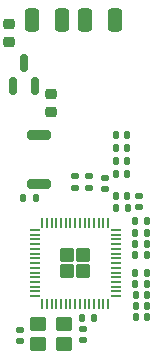
<source format=gbr>
%TF.GenerationSoftware,KiCad,Pcbnew,9.0.5*%
%TF.CreationDate,2025-11-01T21:25:21+11:00*%
%TF.ProjectId,YetAnotherAuthKey,59657441-6e6f-4746-9865-72417574684b,rev?*%
%TF.SameCoordinates,Original*%
%TF.FileFunction,Paste,Top*%
%TF.FilePolarity,Positive*%
%FSLAX46Y46*%
G04 Gerber Fmt 4.6, Leading zero omitted, Abs format (unit mm)*
G04 Created by KiCad (PCBNEW 9.0.5) date 2025-11-01 21:25:21*
%MOMM*%
%LPD*%
G01*
G04 APERTURE LIST*
G04 Aperture macros list*
%AMRoundRect*
0 Rectangle with rounded corners*
0 $1 Rounding radius*
0 $2 $3 $4 $5 $6 $7 $8 $9 X,Y pos of 4 corners*
0 Add a 4 corners polygon primitive as box body*
4,1,4,$2,$3,$4,$5,$6,$7,$8,$9,$2,$3,0*
0 Add four circle primitives for the rounded corners*
1,1,$1+$1,$2,$3*
1,1,$1+$1,$4,$5*
1,1,$1+$1,$6,$7*
1,1,$1+$1,$8,$9*
0 Add four rect primitives between the rounded corners*
20,1,$1+$1,$2,$3,$4,$5,0*
20,1,$1+$1,$4,$5,$6,$7,0*
20,1,$1+$1,$6,$7,$8,$9,0*
20,1,$1+$1,$8,$9,$2,$3,0*%
%AMFreePoly0*
4,1,18,-0.437500,0.050000,-0.433694,0.069134,-0.422855,0.085355,-0.406634,0.096194,-0.387500,0.100000,0.387500,0.100000,0.437500,0.050000,0.437500,-0.050000,0.433694,-0.069134,0.422855,-0.085355,0.406634,-0.096194,0.387500,-0.100000,-0.387500,-0.100000,-0.406634,-0.096194,-0.422855,-0.085355,-0.433694,-0.069134,-0.437500,-0.050000,-0.437500,0.050000,-0.437500,0.050000,$1*%
%AMFreePoly1*
4,1,18,-0.437500,0.050000,-0.433694,0.069134,-0.422855,0.085355,-0.406634,0.096194,-0.387500,0.100000,0.387500,0.100000,0.406634,0.096194,0.422855,0.085355,0.433694,0.069134,0.437500,0.050000,0.437500,-0.050000,0.387500,-0.100000,-0.387500,-0.100000,-0.406634,-0.096194,-0.422855,-0.085355,-0.433694,-0.069134,-0.437500,-0.050000,-0.437500,0.050000,-0.437500,0.050000,$1*%
%AMFreePoly2*
4,1,18,-0.100000,0.387500,-0.050000,0.437500,0.050000,0.437500,0.069134,0.433694,0.085355,0.422855,0.096194,0.406634,0.100000,0.387500,0.100000,-0.387500,0.096194,-0.406634,0.085355,-0.422855,0.069134,-0.433694,0.050000,-0.437500,-0.050000,-0.437500,-0.069134,-0.433694,-0.085355,-0.422855,-0.096194,-0.406634,-0.100000,-0.387500,-0.100000,0.387500,-0.100000,0.387500,$1*%
%AMFreePoly3*
4,1,18,-0.100000,0.387500,-0.096194,0.406634,-0.085355,0.422855,-0.069134,0.433694,-0.050000,0.437500,0.050000,0.437500,0.100000,0.387500,0.100000,-0.387500,0.096194,-0.406634,0.085355,-0.422855,0.069134,-0.433694,0.050000,-0.437500,-0.050000,-0.437500,-0.069134,-0.433694,-0.085355,-0.422855,-0.096194,-0.406634,-0.100000,-0.387500,-0.100000,0.387500,-0.100000,0.387500,$1*%
%AMFreePoly4*
4,1,18,-0.437500,0.050000,-0.433694,0.069134,-0.422855,0.085355,-0.406634,0.096194,-0.387500,0.100000,0.387500,0.100000,0.406634,0.096194,0.422855,0.085355,0.433694,0.069134,0.437500,0.050000,0.437500,-0.050000,0.433694,-0.069134,0.422855,-0.085355,0.406634,-0.096194,0.387500,-0.100000,-0.387500,-0.100000,-0.437500,-0.050000,-0.437500,0.050000,-0.437500,0.050000,$1*%
%AMFreePoly5*
4,1,18,-0.437500,0.050000,-0.387500,0.100000,0.387500,0.100000,0.406634,0.096194,0.422855,0.085355,0.433694,0.069134,0.437500,0.050000,0.437500,-0.050000,0.433694,-0.069134,0.422855,-0.085355,0.406634,-0.096194,0.387500,-0.100000,-0.387500,-0.100000,-0.406634,-0.096194,-0.422855,-0.085355,-0.433694,-0.069134,-0.437500,-0.050000,-0.437500,0.050000,-0.437500,0.050000,$1*%
%AMFreePoly6*
4,1,18,-0.100000,0.387500,-0.096194,0.406634,-0.085355,0.422855,-0.069134,0.433694,-0.050000,0.437500,0.050000,0.437500,0.069134,0.433694,0.085355,0.422855,0.096194,0.406634,0.100000,0.387500,0.100000,-0.387500,0.050000,-0.437500,-0.050000,-0.437500,-0.069134,-0.433694,-0.085355,-0.422855,-0.096194,-0.406634,-0.100000,-0.387500,-0.100000,0.387500,-0.100000,0.387500,$1*%
%AMFreePoly7*
4,1,18,-0.100000,0.387500,-0.096194,0.406634,-0.085355,0.422855,-0.069134,0.433694,-0.050000,0.437500,0.050000,0.437500,0.069134,0.433694,0.085355,0.422855,0.096194,0.406634,0.100000,0.387500,0.100000,-0.387500,0.096194,-0.406634,0.085355,-0.422855,0.069134,-0.433694,0.050000,-0.437500,-0.050000,-0.437500,-0.100000,-0.387500,-0.100000,0.387500,-0.100000,0.387500,$1*%
G04 Aperture macros list end*
%ADD10RoundRect,0.135000X0.185000X-0.135000X0.185000X0.135000X-0.185000X0.135000X-0.185000X-0.135000X0*%
%ADD11RoundRect,0.140000X-0.140000X-0.170000X0.140000X-0.170000X0.140000X0.170000X-0.140000X0.170000X0*%
%ADD12RoundRect,0.225000X0.250000X-0.225000X0.250000X0.225000X-0.250000X0.225000X-0.250000X-0.225000X0*%
%ADD13RoundRect,0.200000X-0.800000X0.200000X-0.800000X-0.200000X0.800000X-0.200000X0.800000X0.200000X0*%
%ADD14RoundRect,0.140000X0.170000X-0.140000X0.170000X0.140000X-0.170000X0.140000X-0.170000X-0.140000X0*%
%ADD15RoundRect,0.150000X0.150000X-0.587500X0.150000X0.587500X-0.150000X0.587500X-0.150000X-0.587500X0*%
%ADD16RoundRect,0.140000X0.140000X0.170000X-0.140000X0.170000X-0.140000X-0.170000X0.140000X-0.170000X0*%
%ADD17RoundRect,0.225000X-0.250000X0.225000X-0.250000X-0.225000X0.250000X-0.225000X0.250000X0.225000X0*%
%ADD18RoundRect,0.250000X-0.450000X-0.350000X0.450000X-0.350000X0.450000X0.350000X-0.450000X0.350000X0*%
%ADD19RoundRect,0.300000X0.300000X-0.700000X0.300000X0.700000X-0.300000X0.700000X-0.300000X-0.700000X0*%
%ADD20RoundRect,0.140000X-0.170000X0.140000X-0.170000X-0.140000X0.170000X-0.140000X0.170000X0.140000X0*%
%ADD21RoundRect,0.135000X0.135000X0.185000X-0.135000X0.185000X-0.135000X-0.185000X0.135000X-0.185000X0*%
%ADD22RoundRect,0.135000X-0.135000X-0.185000X0.135000X-0.185000X0.135000X0.185000X-0.135000X0.185000X0*%
%ADD23RoundRect,0.250000X-0.350000X-0.350000X0.350000X-0.350000X0.350000X0.350000X-0.350000X0.350000X0*%
%ADD24FreePoly0,0.000000*%
%ADD25RoundRect,0.050000X-0.387500X-0.050000X0.387500X-0.050000X0.387500X0.050000X-0.387500X0.050000X0*%
%ADD26FreePoly1,0.000000*%
%ADD27FreePoly2,0.000000*%
%ADD28RoundRect,0.050000X-0.050000X-0.387500X0.050000X-0.387500X0.050000X0.387500X-0.050000X0.387500X0*%
%ADD29FreePoly3,0.000000*%
%ADD30FreePoly4,0.000000*%
%ADD31FreePoly5,0.000000*%
%ADD32FreePoly6,0.000000*%
%ADD33FreePoly7,0.000000*%
G04 APERTURE END LIST*
D10*
%TO.C,R3*%
X191800000Y-67890000D03*
X191800000Y-68910000D03*
%TD*%
D11*
%TO.C,C8*%
X194070000Y-65550000D03*
X195030000Y-65550000D03*
%TD*%
D12*
%TO.C,C1*%
X185050000Y-56575000D03*
X185050000Y-55025000D03*
%TD*%
D13*
%TO.C,SW1*%
X187550000Y-64400000D03*
X187550000Y-68600000D03*
%TD*%
D14*
%TO.C,C6*%
X196050000Y-70510000D03*
X196050000Y-69550000D03*
%TD*%
D15*
%TO.C,U2*%
X185350000Y-60237500D03*
X187250000Y-60237500D03*
X186300000Y-58362500D03*
%TD*%
D16*
%TO.C,C12*%
X196700000Y-78925000D03*
X195740000Y-78925000D03*
%TD*%
D17*
%TO.C,C2*%
X188600000Y-60937500D03*
X188600000Y-62487500D03*
%TD*%
D18*
%TO.C,Y1*%
X187500000Y-82150000D03*
X189700000Y-82150000D03*
X189700000Y-80450000D03*
X187500000Y-80450000D03*
%TD*%
D11*
%TO.C,C10*%
X194070000Y-64450000D03*
X195030000Y-64450000D03*
%TD*%
D19*
%TO.C,J1*%
X187000000Y-54675000D03*
X189500000Y-54675000D03*
X191500000Y-54675000D03*
X194000000Y-54675000D03*
%TD*%
D20*
%TO.C,L1*%
X193150000Y-68045000D03*
X193150000Y-69005000D03*
%TD*%
D16*
%TO.C,C11*%
X196710000Y-79875000D03*
X195750000Y-79875000D03*
%TD*%
%TO.C,C17*%
X196680000Y-71750000D03*
X195720000Y-71750000D03*
%TD*%
D10*
%TO.C,R2*%
X190600000Y-68900000D03*
X190600000Y-67880000D03*
%TD*%
D11*
%TO.C,C9*%
X194070000Y-66650000D03*
X195030000Y-66650000D03*
%TD*%
D21*
%TO.C,R4*%
X187270000Y-69800000D03*
X186250000Y-69800000D03*
%TD*%
D22*
%TO.C,R6*%
X194055000Y-70625000D03*
X195075000Y-70625000D03*
%TD*%
D16*
%TO.C,C15*%
X196680000Y-74600000D03*
X195720000Y-74600000D03*
%TD*%
D23*
%TO.C,U1*%
X189925000Y-74575000D03*
X189925000Y-75975000D03*
X191325000Y-74575000D03*
X191325000Y-75975000D03*
D24*
X187187500Y-72475000D03*
D25*
X187187500Y-72875000D03*
X187187500Y-73275000D03*
X187187500Y-73675000D03*
X187187500Y-74075000D03*
X187187500Y-74475000D03*
X187187500Y-74875000D03*
X187187500Y-75275000D03*
X187187500Y-75675000D03*
X187187500Y-76075000D03*
X187187500Y-76475000D03*
X187187500Y-76875000D03*
X187187500Y-77275000D03*
X187187500Y-77675000D03*
D26*
X187187500Y-78075000D03*
D27*
X187825000Y-78712500D03*
D28*
X188225000Y-78712500D03*
X188625000Y-78712500D03*
X189025000Y-78712500D03*
X189425000Y-78712500D03*
X189825000Y-78712500D03*
X190225000Y-78712500D03*
X190625000Y-78712500D03*
X191025000Y-78712500D03*
X191425000Y-78712500D03*
X191825000Y-78712500D03*
X192225000Y-78712500D03*
X192625000Y-78712500D03*
X193025000Y-78712500D03*
D29*
X193425000Y-78712500D03*
D30*
X194062500Y-78075000D03*
D25*
X194062500Y-77675000D03*
X194062500Y-77275000D03*
X194062500Y-76875000D03*
X194062500Y-76475000D03*
X194062500Y-76075000D03*
X194062500Y-75675000D03*
X194062500Y-75275000D03*
X194062500Y-74875000D03*
X194062500Y-74475000D03*
X194062500Y-74075000D03*
X194062500Y-73675000D03*
X194062500Y-73275000D03*
X194062500Y-72875000D03*
D31*
X194062500Y-72475000D03*
D32*
X193425000Y-71837500D03*
D28*
X193025000Y-71837500D03*
X192625000Y-71837500D03*
X192225000Y-71837500D03*
X191825000Y-71837500D03*
X191425000Y-71837500D03*
X191025000Y-71837500D03*
X190625000Y-71837500D03*
X190225000Y-71837500D03*
X189825000Y-71837500D03*
X189425000Y-71837500D03*
X189025000Y-71837500D03*
X188625000Y-71837500D03*
X188225000Y-71837500D03*
D33*
X187825000Y-71837500D03*
%TD*%
D11*
%TO.C,C7*%
X194090000Y-69550000D03*
X195050000Y-69550000D03*
%TD*%
D14*
%TO.C,C3*%
X185950000Y-81860000D03*
X185950000Y-80900000D03*
%TD*%
D16*
%TO.C,C19*%
X196680000Y-73640000D03*
X195720000Y-73640000D03*
%TD*%
%TO.C,C18*%
X196680000Y-72700000D03*
X195720000Y-72700000D03*
%TD*%
%TO.C,C14*%
X196685000Y-77025000D03*
X195725000Y-77025000D03*
%TD*%
D20*
%TO.C,C4*%
X191250000Y-80850000D03*
X191250000Y-81810000D03*
%TD*%
D16*
%TO.C,C16*%
X196685000Y-76075000D03*
X195725000Y-76075000D03*
%TD*%
D11*
%TO.C,C5*%
X194070000Y-67700000D03*
X195030000Y-67700000D03*
%TD*%
D16*
%TO.C,C13*%
X196700000Y-77975000D03*
X195740000Y-77975000D03*
%TD*%
D22*
%TO.C,R5*%
X191190000Y-79900000D03*
X192210000Y-79900000D03*
%TD*%
M02*

</source>
